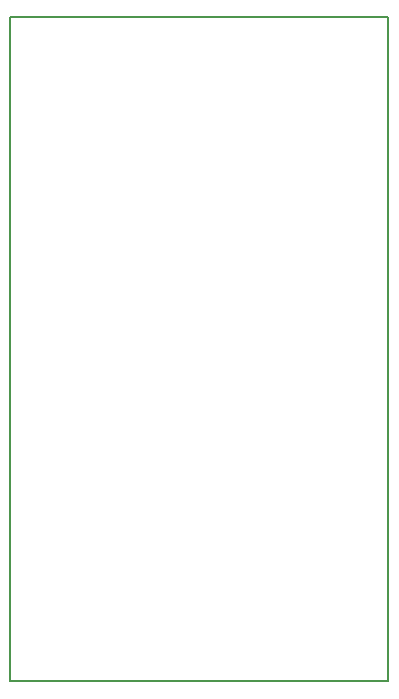
<source format=gbr>
G04 #@! TF.GenerationSoftware,KiCad,Pcbnew,(5.0.2)-1*
G04 #@! TF.CreationDate,2020-03-26T14:30:10-07:00*
G04 #@! TF.ProjectId,RetroWIFI,52657472-6f57-4494-9649-2e6b69636164,rev?*
G04 #@! TF.SameCoordinates,Original*
G04 #@! TF.FileFunction,Profile,NP*
%FSLAX46Y46*%
G04 Gerber Fmt 4.6, Leading zero omitted, Abs format (unit mm)*
G04 Created by KiCad (PCBNEW (5.0.2)-1) date 3/26/2020 2:30:10 PM*
%MOMM*%
%LPD*%
G01*
G04 APERTURE LIST*
%ADD10C,0.150000*%
G04 APERTURE END LIST*
D10*
X130000000Y-139000000D02*
X130000000Y-82750000D01*
X162000000Y-139000000D02*
X130000000Y-139000000D01*
X162000000Y-82750000D02*
X162000000Y-139000000D01*
X130000000Y-82750000D02*
X162000000Y-82750000D01*
M02*

</source>
